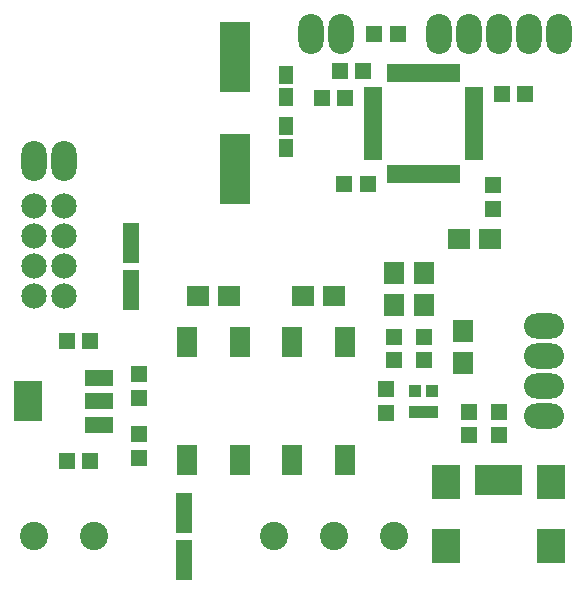
<source format=gts>
G04 #@! TF.FileFunction,Soldermask,Top*
%FSLAX46Y46*%
G04 Gerber Fmt 4.6, Leading zero omitted, Abs format (unit mm)*
G04 Created by KiCad (PCBNEW 4.0.2-stable) date 28/03/2016 12:56:49*
%MOMM*%
G01*
G04 APERTURE LIST*
%ADD10C,0.100000*%
%ADD11R,1.400000X1.400000*%
%ADD12C,2.400000*%
%ADD13R,2.400000X2.900000*%
%ADD14R,0.900000X2.650000*%
%ADD15R,2.400000X3.400000*%
%ADD16R,2.400000X1.400000*%
%ADD17R,1.600000X0.700000*%
%ADD18R,0.700000X1.600000*%
%ADD19R,1.000000X1.000000*%
%ADD20R,0.800000X1.000000*%
%ADD21R,2.500000X6.000000*%
%ADD22O,2.150000X3.400000*%
%ADD23C,2.150000*%
%ADD24R,1.400000X3.400000*%
%ADD25R,1.900000X1.700000*%
%ADD26R,1.800000X2.500000*%
%ADD27R,1.700000X1.900000*%
%ADD28R,1.150000X1.600000*%
%ADD29O,3.400000X2.150000*%
G04 APERTURE END LIST*
D10*
D11*
X108430000Y-138920000D03*
X106430000Y-138920000D03*
X112510000Y-138650000D03*
X112510000Y-136650000D03*
X112510000Y-131570000D03*
X112510000Y-133570000D03*
X108430000Y-128760000D03*
X106430000Y-128760000D03*
X130020000Y-108186000D03*
X128020000Y-108186000D03*
X142482000Y-115568000D03*
X142482000Y-117568000D03*
X131925000Y-115425000D03*
X129925000Y-115425000D03*
X143260000Y-107805000D03*
X145260000Y-107805000D03*
X131544000Y-105900000D03*
X129544000Y-105900000D03*
D12*
X108700000Y-145270000D03*
X103620000Y-145270000D03*
X134100000Y-145270000D03*
X129020000Y-145270000D03*
X123940000Y-145270000D03*
D13*
X147440000Y-140650000D03*
X147440000Y-146100000D03*
X138540000Y-140650000D03*
X138540000Y-146100000D03*
D14*
X142990000Y-140555000D03*
X142190000Y-140555000D03*
X141390000Y-140555000D03*
X143790000Y-140555000D03*
X144590000Y-140555000D03*
D11*
X134465000Y-102725000D03*
X132465000Y-102725000D03*
X142990000Y-136745000D03*
X142990000Y-134745000D03*
X140450000Y-136745000D03*
X140450000Y-134745000D03*
D15*
X103160000Y-133840000D03*
D16*
X109160000Y-133840000D03*
X109160000Y-131840000D03*
X109160000Y-135840000D03*
D17*
X132390000Y-107595000D03*
X132390000Y-108095000D03*
X132390000Y-108595000D03*
X132390000Y-109095000D03*
X132390000Y-109595000D03*
X132390000Y-110095000D03*
X132390000Y-110595000D03*
X132390000Y-111095000D03*
X132390000Y-111595000D03*
X132390000Y-112095000D03*
X132390000Y-112595000D03*
X132390000Y-113095000D03*
D18*
X139390000Y-114595000D03*
X138890000Y-114595000D03*
X138390000Y-114595000D03*
X137890000Y-114595000D03*
X137390000Y-114595000D03*
X136890000Y-114595000D03*
X136390000Y-114595000D03*
X135890000Y-114595000D03*
X135390000Y-114595000D03*
X134890000Y-114595000D03*
X134390000Y-114595000D03*
X133890000Y-114595000D03*
X139390000Y-106095000D03*
X138890000Y-106095000D03*
X138390000Y-106095000D03*
X137890000Y-106095000D03*
X137390000Y-106095000D03*
X136890000Y-106095000D03*
X136390000Y-106095000D03*
X135890000Y-106095000D03*
X135390000Y-106095000D03*
X134890000Y-106095000D03*
X134390000Y-106095000D03*
X133890000Y-106095000D03*
D17*
X140890000Y-107595000D03*
X140890000Y-108095000D03*
X140890000Y-108595000D03*
X140890000Y-109095000D03*
X140890000Y-109595000D03*
X140890000Y-110095000D03*
X140890000Y-110595000D03*
X140890000Y-111095000D03*
X140890000Y-111595000D03*
X140890000Y-112095000D03*
X140890000Y-112595000D03*
X140890000Y-113095000D03*
D19*
X137390000Y-134740000D03*
X137390000Y-132940000D03*
X135890000Y-132940000D03*
X135890000Y-134740000D03*
D20*
X136640000Y-134740000D03*
D21*
X120638000Y-104706000D03*
X120638000Y-114206000D03*
D22*
X129655000Y-102725000D03*
X127115000Y-102725000D03*
X148070000Y-102725000D03*
X140450000Y-102725000D03*
X137910000Y-102725000D03*
X142990000Y-102725000D03*
X145530000Y-102725000D03*
D23*
X103620000Y-117330000D03*
X106160000Y-117330000D03*
X106160000Y-124950000D03*
X103620000Y-124950000D03*
X103620000Y-122410000D03*
X106160000Y-122410000D03*
X106160000Y-119870000D03*
X103620000Y-119870000D03*
D24*
X111875000Y-120410000D03*
X111875000Y-124410000D03*
D11*
X133465000Y-134840000D03*
X133465000Y-132840000D03*
D24*
X116320000Y-147270000D03*
X116320000Y-143270000D03*
D22*
X106160000Y-113520000D03*
X103620000Y-113520000D03*
D25*
X120210000Y-124950000D03*
X117510000Y-124950000D03*
X129100000Y-124950000D03*
X126400000Y-124950000D03*
D26*
X121110000Y-128840000D03*
X121110000Y-138840000D03*
X116610000Y-128840000D03*
X116610000Y-138840000D03*
X130000000Y-128840000D03*
X130000000Y-138840000D03*
X125500000Y-128840000D03*
X125500000Y-138840000D03*
D27*
X134100000Y-125665000D03*
X134100000Y-122965000D03*
X136640000Y-125665000D03*
X136640000Y-122965000D03*
D11*
X134100000Y-130395000D03*
X134100000Y-128395000D03*
X136640000Y-130395000D03*
X136640000Y-128395000D03*
D28*
X124956000Y-106220000D03*
X124956000Y-108120000D03*
X124956000Y-110538000D03*
X124956000Y-112438000D03*
D29*
X146800000Y-132570000D03*
X146800000Y-135110000D03*
X146800000Y-130030000D03*
X146800000Y-127490000D03*
D25*
X139608000Y-120124000D03*
X142308000Y-120124000D03*
D27*
X139942000Y-127918000D03*
X139942000Y-130618000D03*
M02*

</source>
